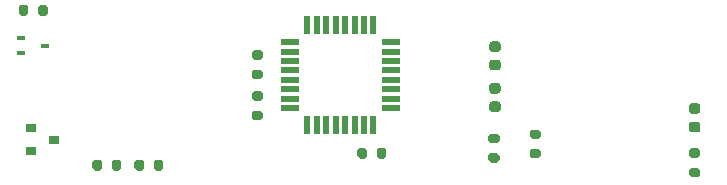
<source format=gtp>
G04 #@! TF.GenerationSoftware,KiCad,Pcbnew,(5.1.9)-1*
G04 #@! TF.CreationDate,2021-06-09T23:20:20+02:00*
G04 #@! TF.ProjectId,window_sensor,77696e64-6f77-45f7-9365-6e736f722e6b,rev?*
G04 #@! TF.SameCoordinates,Original*
G04 #@! TF.FileFunction,Paste,Top*
G04 #@! TF.FilePolarity,Positive*
%FSLAX46Y46*%
G04 Gerber Fmt 4.6, Leading zero omitted, Abs format (unit mm)*
G04 Created by KiCad (PCBNEW (5.1.9)-1) date 2021-06-09 23:20:20*
%MOMM*%
%LPD*%
G01*
G04 APERTURE LIST*
%ADD10R,0.550000X1.600000*%
%ADD11R,1.600000X0.550000*%
%ADD12R,0.900000X0.800000*%
%ADD13R,0.700000X0.450000*%
G04 APERTURE END LIST*
G36*
G01*
X120925000Y-71775000D02*
X120925000Y-71225000D01*
G75*
G02*
X121125000Y-71025000I200000J0D01*
G01*
X121525000Y-71025000D01*
G75*
G02*
X121725000Y-71225000I0J-200000D01*
G01*
X121725000Y-71775000D01*
G75*
G02*
X121525000Y-71975000I-200000J0D01*
G01*
X121125000Y-71975000D01*
G75*
G02*
X120925000Y-71775000I0J200000D01*
G01*
G37*
G36*
G01*
X119275000Y-71775000D02*
X119275000Y-71225000D01*
G75*
G02*
X119475000Y-71025000I200000J0D01*
G01*
X119875000Y-71025000D01*
G75*
G02*
X120075000Y-71225000I0J-200000D01*
G01*
X120075000Y-71775000D01*
G75*
G02*
X119875000Y-71975000I-200000J0D01*
G01*
X119475000Y-71975000D01*
G75*
G02*
X119275000Y-71775000I0J200000D01*
G01*
G37*
D10*
X149300000Y-81250000D03*
X148500000Y-81250000D03*
X147700000Y-81250000D03*
X146900000Y-81250000D03*
X146100000Y-81250000D03*
X145300000Y-81250000D03*
X144500000Y-81250000D03*
X143700000Y-81250000D03*
D11*
X142250000Y-79800000D03*
X142250000Y-79000000D03*
X142250000Y-78200000D03*
X142250000Y-77400000D03*
X142250000Y-76600000D03*
X142250000Y-75800000D03*
X142250000Y-75000000D03*
X142250000Y-74200000D03*
D10*
X143700000Y-72750000D03*
X144500000Y-72750000D03*
X145300000Y-72750000D03*
X146100000Y-72750000D03*
X146900000Y-72750000D03*
X147700000Y-72750000D03*
X148500000Y-72750000D03*
X149300000Y-72750000D03*
D11*
X150750000Y-74200000D03*
X150750000Y-75000000D03*
X150750000Y-75800000D03*
X150750000Y-76600000D03*
X150750000Y-77400000D03*
X150750000Y-78200000D03*
X150750000Y-79000000D03*
X150750000Y-79800000D03*
G36*
G01*
X139745000Y-75680000D02*
X139195000Y-75680000D01*
G75*
G02*
X138995000Y-75480000I0J200000D01*
G01*
X138995000Y-75080000D01*
G75*
G02*
X139195000Y-74880000I200000J0D01*
G01*
X139745000Y-74880000D01*
G75*
G02*
X139945000Y-75080000I0J-200000D01*
G01*
X139945000Y-75480000D01*
G75*
G02*
X139745000Y-75680000I-200000J0D01*
G01*
G37*
G36*
G01*
X139745000Y-77330000D02*
X139195000Y-77330000D01*
G75*
G02*
X138995000Y-77130000I0J200000D01*
G01*
X138995000Y-76730000D01*
G75*
G02*
X139195000Y-76530000I200000J0D01*
G01*
X139745000Y-76530000D01*
G75*
G02*
X139945000Y-76730000I0J-200000D01*
G01*
X139945000Y-77130000D01*
G75*
G02*
X139745000Y-77330000I-200000J0D01*
G01*
G37*
G36*
G01*
X139745000Y-79173000D02*
X139195000Y-79173000D01*
G75*
G02*
X138995000Y-78973000I0J200000D01*
G01*
X138995000Y-78573000D01*
G75*
G02*
X139195000Y-78373000I200000J0D01*
G01*
X139745000Y-78373000D01*
G75*
G02*
X139945000Y-78573000I0J-200000D01*
G01*
X139945000Y-78973000D01*
G75*
G02*
X139745000Y-79173000I-200000J0D01*
G01*
G37*
G36*
G01*
X139745000Y-80823000D02*
X139195000Y-80823000D01*
G75*
G02*
X138995000Y-80623000I0J200000D01*
G01*
X138995000Y-80223000D01*
G75*
G02*
X139195000Y-80023000I200000J0D01*
G01*
X139745000Y-80023000D01*
G75*
G02*
X139945000Y-80223000I0J-200000D01*
G01*
X139945000Y-80623000D01*
G75*
G02*
X139745000Y-80823000I-200000J0D01*
G01*
G37*
G36*
G01*
X176770000Y-84000000D02*
X176220000Y-84000000D01*
G75*
G02*
X176020000Y-83800000I0J200000D01*
G01*
X176020000Y-83400000D01*
G75*
G02*
X176220000Y-83200000I200000J0D01*
G01*
X176770000Y-83200000D01*
G75*
G02*
X176970000Y-83400000I0J-200000D01*
G01*
X176970000Y-83800000D01*
G75*
G02*
X176770000Y-84000000I-200000J0D01*
G01*
G37*
G36*
G01*
X176770000Y-85650000D02*
X176220000Y-85650000D01*
G75*
G02*
X176020000Y-85450000I0J200000D01*
G01*
X176020000Y-85050000D01*
G75*
G02*
X176220000Y-84850000I200000J0D01*
G01*
X176770000Y-84850000D01*
G75*
G02*
X176970000Y-85050000I0J-200000D01*
G01*
X176970000Y-85450000D01*
G75*
G02*
X176770000Y-85650000I-200000J0D01*
G01*
G37*
G36*
G01*
X127165000Y-84893000D02*
X127165000Y-84343000D01*
G75*
G02*
X127365000Y-84143000I200000J0D01*
G01*
X127765000Y-84143000D01*
G75*
G02*
X127965000Y-84343000I0J-200000D01*
G01*
X127965000Y-84893000D01*
G75*
G02*
X127765000Y-85093000I-200000J0D01*
G01*
X127365000Y-85093000D01*
G75*
G02*
X127165000Y-84893000I0J200000D01*
G01*
G37*
G36*
G01*
X125515000Y-84893000D02*
X125515000Y-84343000D01*
G75*
G02*
X125715000Y-84143000I200000J0D01*
G01*
X126115000Y-84143000D01*
G75*
G02*
X126315000Y-84343000I0J-200000D01*
G01*
X126315000Y-84893000D01*
G75*
G02*
X126115000Y-85093000I-200000J0D01*
G01*
X125715000Y-85093000D01*
G75*
G02*
X125515000Y-84893000I0J200000D01*
G01*
G37*
G36*
G01*
X129871000Y-84343000D02*
X129871000Y-84893000D01*
G75*
G02*
X129671000Y-85093000I-200000J0D01*
G01*
X129271000Y-85093000D01*
G75*
G02*
X129071000Y-84893000I0J200000D01*
G01*
X129071000Y-84343000D01*
G75*
G02*
X129271000Y-84143000I200000J0D01*
G01*
X129671000Y-84143000D01*
G75*
G02*
X129871000Y-84343000I0J-200000D01*
G01*
G37*
G36*
G01*
X131521000Y-84343000D02*
X131521000Y-84893000D01*
G75*
G02*
X131321000Y-85093000I-200000J0D01*
G01*
X130921000Y-85093000D01*
G75*
G02*
X130721000Y-84893000I0J200000D01*
G01*
X130721000Y-84343000D01*
G75*
G02*
X130921000Y-84143000I200000J0D01*
G01*
X131321000Y-84143000D01*
G75*
G02*
X131521000Y-84343000I0J-200000D01*
G01*
G37*
G36*
G01*
X159225000Y-83600000D02*
X159775000Y-83600000D01*
G75*
G02*
X159975000Y-83800000I0J-200000D01*
G01*
X159975000Y-84200000D01*
G75*
G02*
X159775000Y-84400000I-200000J0D01*
G01*
X159225000Y-84400000D01*
G75*
G02*
X159025000Y-84200000I0J200000D01*
G01*
X159025000Y-83800000D01*
G75*
G02*
X159225000Y-83600000I200000J0D01*
G01*
G37*
G36*
G01*
X159225000Y-81950000D02*
X159775000Y-81950000D01*
G75*
G02*
X159975000Y-82150000I0J-200000D01*
G01*
X159975000Y-82550000D01*
G75*
G02*
X159775000Y-82750000I-200000J0D01*
G01*
X159225000Y-82750000D01*
G75*
G02*
X159025000Y-82550000I0J200000D01*
G01*
X159025000Y-82150000D01*
G75*
G02*
X159225000Y-81950000I200000J0D01*
G01*
G37*
G36*
G01*
X163275000Y-82400000D02*
X162725000Y-82400000D01*
G75*
G02*
X162525000Y-82200000I0J200000D01*
G01*
X162525000Y-81800000D01*
G75*
G02*
X162725000Y-81600000I200000J0D01*
G01*
X163275000Y-81600000D01*
G75*
G02*
X163475000Y-81800000I0J-200000D01*
G01*
X163475000Y-82200000D01*
G75*
G02*
X163275000Y-82400000I-200000J0D01*
G01*
G37*
G36*
G01*
X163275000Y-84050000D02*
X162725000Y-84050000D01*
G75*
G02*
X162525000Y-83850000I0J200000D01*
G01*
X162525000Y-83450000D01*
G75*
G02*
X162725000Y-83250000I200000J0D01*
G01*
X163275000Y-83250000D01*
G75*
G02*
X163475000Y-83450000I0J-200000D01*
G01*
X163475000Y-83850000D01*
G75*
G02*
X163275000Y-84050000I-200000J0D01*
G01*
G37*
G36*
G01*
X148750000Y-83330000D02*
X148750000Y-83880000D01*
G75*
G02*
X148550000Y-84080000I-200000J0D01*
G01*
X148150000Y-84080000D01*
G75*
G02*
X147950000Y-83880000I0J200000D01*
G01*
X147950000Y-83330000D01*
G75*
G02*
X148150000Y-83130000I200000J0D01*
G01*
X148550000Y-83130000D01*
G75*
G02*
X148750000Y-83330000I0J-200000D01*
G01*
G37*
G36*
G01*
X150400000Y-83330000D02*
X150400000Y-83880000D01*
G75*
G02*
X150200000Y-84080000I-200000J0D01*
G01*
X149800000Y-84080000D01*
G75*
G02*
X149600000Y-83880000I0J200000D01*
G01*
X149600000Y-83330000D01*
G75*
G02*
X149800000Y-83130000I200000J0D01*
G01*
X150200000Y-83130000D01*
G75*
G02*
X150400000Y-83330000I0J-200000D01*
G01*
G37*
D12*
X122285000Y-82455000D03*
X120285000Y-83405000D03*
X120285000Y-81505000D03*
G36*
G01*
X176751250Y-80265000D02*
X176238750Y-80265000D01*
G75*
G02*
X176020000Y-80046250I0J218750D01*
G01*
X176020000Y-79608750D01*
G75*
G02*
X176238750Y-79390000I218750J0D01*
G01*
X176751250Y-79390000D01*
G75*
G02*
X176970000Y-79608750I0J-218750D01*
G01*
X176970000Y-80046250D01*
G75*
G02*
X176751250Y-80265000I-218750J0D01*
G01*
G37*
G36*
G01*
X176751250Y-81840000D02*
X176238750Y-81840000D01*
G75*
G02*
X176020000Y-81621250I0J218750D01*
G01*
X176020000Y-81183750D01*
G75*
G02*
X176238750Y-80965000I218750J0D01*
G01*
X176751250Y-80965000D01*
G75*
G02*
X176970000Y-81183750I0J-218750D01*
G01*
X176970000Y-81621250D01*
G75*
G02*
X176751250Y-81840000I-218750J0D01*
G01*
G37*
D13*
X121500000Y-74500000D03*
X119500000Y-75150000D03*
X119500000Y-73850000D03*
G36*
G01*
X159841500Y-75039000D02*
X159341500Y-75039000D01*
G75*
G02*
X159116500Y-74814000I0J225000D01*
G01*
X159116500Y-74364000D01*
G75*
G02*
X159341500Y-74139000I225000J0D01*
G01*
X159841500Y-74139000D01*
G75*
G02*
X160066500Y-74364000I0J-225000D01*
G01*
X160066500Y-74814000D01*
G75*
G02*
X159841500Y-75039000I-225000J0D01*
G01*
G37*
G36*
G01*
X159841500Y-76589000D02*
X159341500Y-76589000D01*
G75*
G02*
X159116500Y-76364000I0J225000D01*
G01*
X159116500Y-75914000D01*
G75*
G02*
X159341500Y-75689000I225000J0D01*
G01*
X159841500Y-75689000D01*
G75*
G02*
X160066500Y-75914000I0J-225000D01*
G01*
X160066500Y-76364000D01*
G75*
G02*
X159841500Y-76589000I-225000J0D01*
G01*
G37*
G36*
G01*
X159341500Y-79219000D02*
X159841500Y-79219000D01*
G75*
G02*
X160066500Y-79444000I0J-225000D01*
G01*
X160066500Y-79894000D01*
G75*
G02*
X159841500Y-80119000I-225000J0D01*
G01*
X159341500Y-80119000D01*
G75*
G02*
X159116500Y-79894000I0J225000D01*
G01*
X159116500Y-79444000D01*
G75*
G02*
X159341500Y-79219000I225000J0D01*
G01*
G37*
G36*
G01*
X159341500Y-77669000D02*
X159841500Y-77669000D01*
G75*
G02*
X160066500Y-77894000I0J-225000D01*
G01*
X160066500Y-78344000D01*
G75*
G02*
X159841500Y-78569000I-225000J0D01*
G01*
X159341500Y-78569000D01*
G75*
G02*
X159116500Y-78344000I0J225000D01*
G01*
X159116500Y-77894000D01*
G75*
G02*
X159341500Y-77669000I225000J0D01*
G01*
G37*
M02*

</source>
